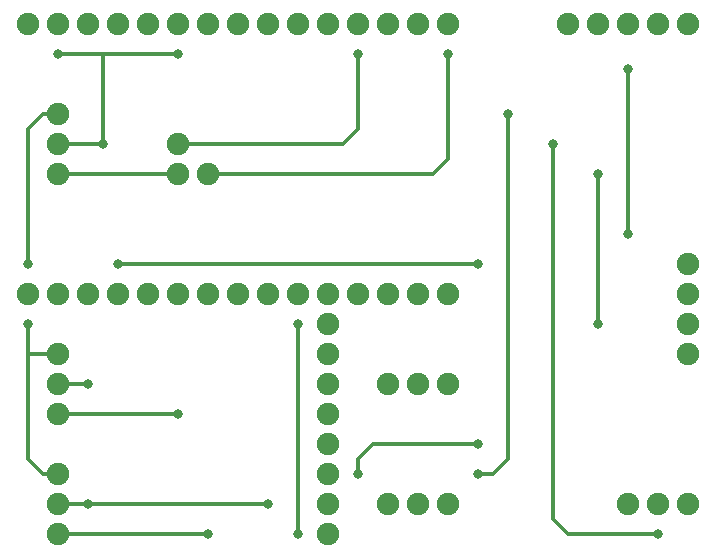
<source format=gtl>
G04 #@! TF.GenerationSoftware,KiCad,Pcbnew,(5.0.0)*
G04 #@! TF.CreationDate,2020-04-22T19:14:28+02:00*
G04 #@! TF.ProjectId,Homesensor,486F6D6573656E736F722E6B69636164,rev?*
G04 #@! TF.SameCoordinates,Original*
G04 #@! TF.FileFunction,Copper,L1,Top,Signal*
G04 #@! TF.FilePolarity,Positive*
%FSLAX46Y46*%
G04 Gerber Fmt 4.6, Leading zero omitted, Abs format (unit mm)*
G04 Created by KiCad (PCBNEW (5.0.0)) date 04/22/20 19:14:28*
%MOMM*%
%LPD*%
G01*
G04 APERTURE LIST*
G04 #@! TA.AperFunction,ComponentPad*
%ADD10C,1.900000*%
G04 #@! TD*
G04 #@! TA.AperFunction,ViaPad*
%ADD11C,0.800000*%
G04 #@! TD*
G04 #@! TA.AperFunction,Conductor*
%ADD12C,0.300000*%
G04 #@! TD*
G04 APERTURE END LIST*
D10*
G04 #@! TO.P,REF\002A\002A,1*
G04 #@! TO.N,N/C*
X81280000Y-53340000D03*
G04 #@! TD*
G04 #@! TO.P,REF\002A\002A,1*
G04 #@! TO.N,N/C*
X78740000Y-53340000D03*
G04 #@! TD*
G04 #@! TO.P,REF\002A\002A,1*
G04 #@! TO.N,N/C*
X78740000Y-76200000D03*
G04 #@! TD*
G04 #@! TO.P,REF\002A\002A,1*
G04 #@! TO.N,N/C*
X81280000Y-76200000D03*
G04 #@! TD*
G04 #@! TO.P,REF\002A\002A,1*
G04 #@! TO.N,N/C*
X83820000Y-76200000D03*
G04 #@! TD*
G04 #@! TO.P,REF\002A\002A,1*
G04 #@! TO.N,N/C*
X86360000Y-76200000D03*
G04 #@! TD*
G04 #@! TO.P,REF\002A\002A,1*
G04 #@! TO.N,N/C*
X88900000Y-76200000D03*
G04 #@! TD*
G04 #@! TO.P,REF\002A\002A,1*
G04 #@! TO.N,N/C*
X91440000Y-76200000D03*
G04 #@! TD*
G04 #@! TO.P,REF\002A\002A,1*
G04 #@! TO.N,N/C*
X93980000Y-76200000D03*
G04 #@! TD*
G04 #@! TO.P,REF\002A\002A,1*
G04 #@! TO.N,N/C*
X96520000Y-76200000D03*
G04 #@! TD*
G04 #@! TO.P,REF\002A\002A,1*
G04 #@! TO.N,N/C*
X99060000Y-76200000D03*
G04 #@! TD*
G04 #@! TO.P,REF\002A\002A,1*
G04 #@! TO.N,N/C*
X101600000Y-76200000D03*
G04 #@! TD*
G04 #@! TO.P,REF\002A\002A,1*
G04 #@! TO.N,N/C*
X114300000Y-76200000D03*
G04 #@! TD*
G04 #@! TO.P,REF\002A\002A,1*
G04 #@! TO.N,N/C*
X111760000Y-76200000D03*
G04 #@! TD*
G04 #@! TO.P,REF\002A\002A,1*
G04 #@! TO.N,N/C*
X109220000Y-76200000D03*
G04 #@! TD*
G04 #@! TO.P,REF\002A\002A,1*
G04 #@! TO.N,N/C*
X106680000Y-76200000D03*
G04 #@! TD*
G04 #@! TO.P,REF\002A\002A,1*
G04 #@! TO.N,N/C*
X104140000Y-76200000D03*
G04 #@! TD*
G04 #@! TO.P,REF\002A\002A,1*
G04 #@! TO.N,N/C*
X104140000Y-78740000D03*
G04 #@! TD*
G04 #@! TO.P,REF\002A\002A,1*
G04 #@! TO.N,N/C*
X104140000Y-81280000D03*
G04 #@! TD*
G04 #@! TO.P,REF\002A\002A,1*
G04 #@! TO.N,N/C*
X104140000Y-83820000D03*
G04 #@! TD*
G04 #@! TO.P,REF\002A\002A,1*
G04 #@! TO.N,N/C*
X104140000Y-86360000D03*
G04 #@! TD*
G04 #@! TO.P,REF\002A\002A,1*
G04 #@! TO.N,N/C*
X104140000Y-88900000D03*
G04 #@! TD*
G04 #@! TO.P,REF\002A\002A,1*
G04 #@! TO.N,N/C*
X104140000Y-91440000D03*
G04 #@! TD*
G04 #@! TO.P,REF\002A\002A,1*
G04 #@! TO.N,N/C*
X104140000Y-93980000D03*
G04 #@! TD*
G04 #@! TO.P,REF\002A\002A,1*
G04 #@! TO.N,N/C*
X104140000Y-96520000D03*
G04 #@! TD*
G04 #@! TO.P,REF\002A\002A,1*
G04 #@! TO.N,N/C*
X81280000Y-96520000D03*
G04 #@! TD*
G04 #@! TO.P,REF\002A\002A,1*
G04 #@! TO.N,N/C*
X81280000Y-93980000D03*
G04 #@! TD*
G04 #@! TO.P,REF\002A\002A,1*
G04 #@! TO.N,N/C*
X81280000Y-91440000D03*
G04 #@! TD*
G04 #@! TO.P,REF\002A\002A,1*
G04 #@! TO.N,N/C*
X81280000Y-86360000D03*
G04 #@! TD*
G04 #@! TO.P,REF\002A\002A,1*
G04 #@! TO.N,N/C*
X81280000Y-83820000D03*
G04 #@! TD*
G04 #@! TO.P,REF\002A\002A,1*
G04 #@! TO.N,N/C*
X81280000Y-81280000D03*
G04 #@! TD*
G04 #@! TO.P,REF\002A\002A,1*
G04 #@! TO.N,N/C*
X114300000Y-83820000D03*
G04 #@! TD*
G04 #@! TO.P,REF\002A\002A,1*
G04 #@! TO.N,N/C*
X111760000Y-83820000D03*
G04 #@! TD*
G04 #@! TO.P,REF\002A\002A,1*
G04 #@! TO.N,N/C*
X109220000Y-83820000D03*
G04 #@! TD*
G04 #@! TO.P,REF\002A\002A,1*
G04 #@! TO.N,N/C*
X109220000Y-93980000D03*
G04 #@! TD*
G04 #@! TO.P,REF\002A\002A,1*
G04 #@! TO.N,N/C*
X111760000Y-93980000D03*
G04 #@! TD*
G04 #@! TO.P,REF\002A\002A,1*
G04 #@! TO.N,N/C*
X114300000Y-93980000D03*
G04 #@! TD*
G04 #@! TO.P,REF\002A\002A,1*
G04 #@! TO.N,N/C*
X129540000Y-93980000D03*
G04 #@! TD*
G04 #@! TO.P,REF\002A\002A,1*
G04 #@! TO.N,N/C*
X132080000Y-93980000D03*
G04 #@! TD*
G04 #@! TO.P,REF\002A\002A,1*
G04 #@! TO.N,N/C*
X134620000Y-93980000D03*
G04 #@! TD*
G04 #@! TO.P,REF\002A\002A,1*
G04 #@! TO.N,N/C*
X134620000Y-81280000D03*
G04 #@! TD*
G04 #@! TO.P,REF\002A\002A,1*
G04 #@! TO.N,N/C*
X134620000Y-78740000D03*
G04 #@! TD*
G04 #@! TO.P,REF\002A\002A,1*
G04 #@! TO.N,N/C*
X134620000Y-76200000D03*
G04 #@! TD*
G04 #@! TO.P,REF\002A\002A,1*
G04 #@! TO.N,N/C*
X134620000Y-73660000D03*
G04 #@! TD*
G04 #@! TO.P,REF\002A\002A,1*
G04 #@! TO.N,N/C*
X93980000Y-66040000D03*
G04 #@! TD*
G04 #@! TO.P,REF\002A\002A,1*
G04 #@! TO.N,N/C*
X91440000Y-66040000D03*
G04 #@! TD*
G04 #@! TO.P,REF\002A\002A,1*
G04 #@! TO.N,N/C*
X91440000Y-63500000D03*
G04 #@! TD*
G04 #@! TO.P,REF\002A\002A,1*
G04 #@! TO.N,N/C*
X134620000Y-53340000D03*
G04 #@! TD*
G04 #@! TO.P,REF\002A\002A,1*
G04 #@! TO.N,N/C*
X132080000Y-53340000D03*
G04 #@! TD*
G04 #@! TO.P,REF\002A\002A,1*
G04 #@! TO.N,N/C*
X129540000Y-53340000D03*
G04 #@! TD*
G04 #@! TO.P,REF\002A\002A,1*
G04 #@! TO.N,N/C*
X127000000Y-53340000D03*
G04 #@! TD*
G04 #@! TO.P,REF\002A\002A,1*
G04 #@! TO.N,N/C*
X124460000Y-53340000D03*
G04 #@! TD*
G04 #@! TO.P,REF\002A\002A,1*
G04 #@! TO.N,N/C*
X114300000Y-53340000D03*
G04 #@! TD*
G04 #@! TO.P,REF\002A\002A,1*
G04 #@! TO.N,N/C*
X111760000Y-53340000D03*
G04 #@! TD*
G04 #@! TO.P,REF\002A\002A,1*
G04 #@! TO.N,N/C*
X109220000Y-53340000D03*
G04 #@! TD*
G04 #@! TO.P,REF\002A\002A,1*
G04 #@! TO.N,N/C*
X106680000Y-53340000D03*
G04 #@! TD*
G04 #@! TO.P,REF\002A\002A,1*
G04 #@! TO.N,N/C*
X104140000Y-53340000D03*
G04 #@! TD*
G04 #@! TO.P,REF\002A\002A,1*
G04 #@! TO.N,N/C*
X104140000Y-53340000D03*
G04 #@! TD*
G04 #@! TO.P,REF\002A\002A,1*
G04 #@! TO.N,N/C*
X101600000Y-53340000D03*
G04 #@! TD*
G04 #@! TO.P,REF\002A\002A,1*
G04 #@! TO.N,N/C*
X99060000Y-53340000D03*
G04 #@! TD*
G04 #@! TO.P,REF\002A\002A,1*
G04 #@! TO.N,N/C*
X96520000Y-53340000D03*
G04 #@! TD*
G04 #@! TO.P,REF\002A\002A,1*
G04 #@! TO.N,N/C*
X93980000Y-53340000D03*
G04 #@! TD*
G04 #@! TO.P,REF\002A\002A,1*
G04 #@! TO.N,N/C*
X91440000Y-53340000D03*
G04 #@! TD*
G04 #@! TO.P,REF\002A\002A,1*
G04 #@! TO.N,N/C*
X88900000Y-53340000D03*
G04 #@! TD*
G04 #@! TO.P,REF\002A\002A,1*
G04 #@! TO.N,N/C*
X86360000Y-53340000D03*
G04 #@! TD*
G04 #@! TO.P,REF\002A\002A,1*
G04 #@! TO.N,N/C*
X83820000Y-53340000D03*
G04 #@! TD*
G04 #@! TO.P,REF\002A\002A,1*
G04 #@! TO.N,N/C*
X81280000Y-66040000D03*
G04 #@! TD*
G04 #@! TO.P,REF\002A\002A,1*
G04 #@! TO.N,N/C*
X81280000Y-63500000D03*
G04 #@! TD*
G04 #@! TO.P,REF\002A\002A,1*
G04 #@! TO.N,N/C*
X81280000Y-60960000D03*
G04 #@! TD*
D11*
G04 #@! TO.N,*
X101600000Y-78740000D03*
X78740000Y-73660000D03*
X78740000Y-78740000D03*
X129540000Y-57150000D03*
X83820000Y-83820000D03*
X83820000Y-93980000D03*
X81280000Y-55880000D03*
X91440000Y-55880000D03*
X99060000Y-93980000D03*
X119380000Y-60960000D03*
X101600000Y-96520014D03*
X106680000Y-91440000D03*
X116840000Y-88900000D03*
X116840000Y-91440000D03*
X91440000Y-86360000D03*
X93980000Y-96519986D03*
X114300000Y-55880000D03*
X85090000Y-63500006D03*
X132080000Y-96520000D03*
X127000000Y-78740000D03*
X123190000Y-63500000D03*
X127000000Y-66040000D03*
X129540000Y-71120000D03*
X116840000Y-73660000D03*
X86360000Y-73660000D03*
X106680000Y-55880000D03*
G04 #@! TD*
D12*
G04 #@! TO.N,*
X78740000Y-81280000D02*
X81280000Y-81280000D01*
X81280000Y-63500000D02*
X82550000Y-63500000D01*
X82550000Y-63500000D02*
X85090000Y-63500000D01*
X78740000Y-78740000D02*
X78740000Y-81280000D01*
X81280000Y-83820000D02*
X83820000Y-83820000D01*
X81280000Y-93980000D02*
X83820000Y-93980000D01*
X85090000Y-63500000D02*
X85090000Y-55880000D01*
X85090000Y-55880000D02*
X81280000Y-55880000D01*
X91440000Y-55880000D02*
X85090000Y-55880000D01*
X83820000Y-93980000D02*
X99060000Y-93980000D01*
X101600000Y-78740000D02*
X101600000Y-96520014D01*
X118110000Y-91440000D02*
X119380000Y-90170000D01*
X116840000Y-91440000D02*
X118110000Y-91440000D01*
X119380000Y-90170000D02*
X119380000Y-60960000D01*
X80010000Y-60960000D02*
X81280000Y-60960000D01*
X78740000Y-73660000D02*
X78740000Y-62230000D01*
X78740000Y-62230000D02*
X80010000Y-60960000D01*
X80010000Y-91440000D02*
X81280000Y-91440000D01*
X78740000Y-81280000D02*
X78740000Y-90170000D01*
X78740000Y-90170000D02*
X80010000Y-91440000D01*
X81280000Y-86360000D02*
X91440000Y-86360000D01*
X93979986Y-96520000D02*
X93980000Y-96519986D01*
X81280000Y-96520000D02*
X93979986Y-96520000D01*
X85090000Y-63500000D02*
X85090000Y-63500006D01*
X114300000Y-62230000D02*
X114300000Y-55880000D01*
X81280000Y-66040000D02*
X87630000Y-66040000D01*
X107950000Y-88900000D02*
X116840000Y-88900000D01*
X106680000Y-91440000D02*
X106680000Y-90170000D01*
X106680000Y-90170000D02*
X107950000Y-88900000D01*
X127000000Y-78740000D02*
X127000000Y-66040000D01*
X129540000Y-57150000D02*
X129540000Y-71120000D01*
X116840000Y-73660000D02*
X86360000Y-73660000D01*
X87630000Y-66040000D02*
X91440000Y-66040000D01*
X91440000Y-63500000D02*
X105410000Y-63500000D01*
X105410000Y-63500000D02*
X106680000Y-62230000D01*
X106680000Y-62230000D02*
X106680000Y-55880000D01*
X93980000Y-66040000D02*
X113030000Y-66040000D01*
X113030000Y-66040000D02*
X114300000Y-64770000D01*
X114300000Y-64770000D02*
X114300000Y-62230000D01*
X123190000Y-63782842D02*
X123190000Y-63500000D01*
X123190000Y-95250000D02*
X123190000Y-63782842D01*
X132080000Y-96520000D02*
X124460000Y-96520000D01*
X124460000Y-96520000D02*
X123190000Y-95250000D01*
G04 #@! TD*
M02*

</source>
